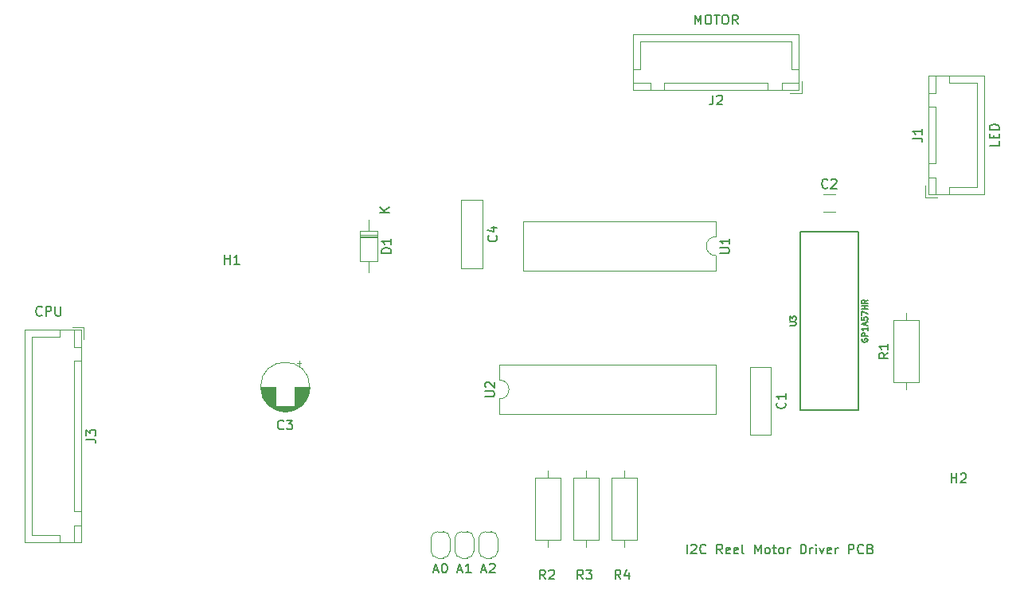
<source format=gbr>
%TF.GenerationSoftware,KiCad,Pcbnew,5.1.10-88a1d61d58~88~ubuntu20.04.1*%
%TF.CreationDate,2021-07-11T16:49:51+02:00*%
%TF.ProjectId,anna_elsa_reel_pcb,616e6e61-5f65-46c7-9361-5f7265656c5f,rev?*%
%TF.SameCoordinates,Original*%
%TF.FileFunction,Legend,Top*%
%TF.FilePolarity,Positive*%
%FSLAX46Y46*%
G04 Gerber Fmt 4.6, Leading zero omitted, Abs format (unit mm)*
G04 Created by KiCad (PCBNEW 5.1.10-88a1d61d58~88~ubuntu20.04.1) date 2021-07-11 16:49:51*
%MOMM*%
%LPD*%
G01*
G04 APERTURE LIST*
%ADD10C,0.150000*%
%ADD11C,0.120000*%
%ADD12C,0.203200*%
%ADD13C,0.127000*%
G04 APERTURE END LIST*
D10*
X163878857Y-98750380D02*
X163878857Y-97750380D01*
X164307428Y-97845619D02*
X164355047Y-97798000D01*
X164450285Y-97750380D01*
X164688380Y-97750380D01*
X164783619Y-97798000D01*
X164831238Y-97845619D01*
X164878857Y-97940857D01*
X164878857Y-98036095D01*
X164831238Y-98178952D01*
X164259809Y-98750380D01*
X164878857Y-98750380D01*
X165878857Y-98655142D02*
X165831238Y-98702761D01*
X165688380Y-98750380D01*
X165593142Y-98750380D01*
X165450285Y-98702761D01*
X165355047Y-98607523D01*
X165307428Y-98512285D01*
X165259809Y-98321809D01*
X165259809Y-98178952D01*
X165307428Y-97988476D01*
X165355047Y-97893238D01*
X165450285Y-97798000D01*
X165593142Y-97750380D01*
X165688380Y-97750380D01*
X165831238Y-97798000D01*
X165878857Y-97845619D01*
X167640761Y-98750380D02*
X167307428Y-98274190D01*
X167069333Y-98750380D02*
X167069333Y-97750380D01*
X167450285Y-97750380D01*
X167545523Y-97798000D01*
X167593142Y-97845619D01*
X167640761Y-97940857D01*
X167640761Y-98083714D01*
X167593142Y-98178952D01*
X167545523Y-98226571D01*
X167450285Y-98274190D01*
X167069333Y-98274190D01*
X168450285Y-98702761D02*
X168355047Y-98750380D01*
X168164571Y-98750380D01*
X168069333Y-98702761D01*
X168021714Y-98607523D01*
X168021714Y-98226571D01*
X168069333Y-98131333D01*
X168164571Y-98083714D01*
X168355047Y-98083714D01*
X168450285Y-98131333D01*
X168497904Y-98226571D01*
X168497904Y-98321809D01*
X168021714Y-98417047D01*
X169307428Y-98702761D02*
X169212190Y-98750380D01*
X169021714Y-98750380D01*
X168926476Y-98702761D01*
X168878857Y-98607523D01*
X168878857Y-98226571D01*
X168926476Y-98131333D01*
X169021714Y-98083714D01*
X169212190Y-98083714D01*
X169307428Y-98131333D01*
X169355047Y-98226571D01*
X169355047Y-98321809D01*
X168878857Y-98417047D01*
X169926476Y-98750380D02*
X169831238Y-98702761D01*
X169783619Y-98607523D01*
X169783619Y-97750380D01*
X171069333Y-98750380D02*
X171069333Y-97750380D01*
X171402666Y-98464666D01*
X171736000Y-97750380D01*
X171736000Y-98750380D01*
X172355047Y-98750380D02*
X172259809Y-98702761D01*
X172212190Y-98655142D01*
X172164571Y-98559904D01*
X172164571Y-98274190D01*
X172212190Y-98178952D01*
X172259809Y-98131333D01*
X172355047Y-98083714D01*
X172497904Y-98083714D01*
X172593142Y-98131333D01*
X172640761Y-98178952D01*
X172688380Y-98274190D01*
X172688380Y-98559904D01*
X172640761Y-98655142D01*
X172593142Y-98702761D01*
X172497904Y-98750380D01*
X172355047Y-98750380D01*
X172974095Y-98083714D02*
X173355047Y-98083714D01*
X173116952Y-97750380D02*
X173116952Y-98607523D01*
X173164571Y-98702761D01*
X173259809Y-98750380D01*
X173355047Y-98750380D01*
X173831238Y-98750380D02*
X173736000Y-98702761D01*
X173688380Y-98655142D01*
X173640761Y-98559904D01*
X173640761Y-98274190D01*
X173688380Y-98178952D01*
X173736000Y-98131333D01*
X173831238Y-98083714D01*
X173974095Y-98083714D01*
X174069333Y-98131333D01*
X174116952Y-98178952D01*
X174164571Y-98274190D01*
X174164571Y-98559904D01*
X174116952Y-98655142D01*
X174069333Y-98702761D01*
X173974095Y-98750380D01*
X173831238Y-98750380D01*
X174593142Y-98750380D02*
X174593142Y-98083714D01*
X174593142Y-98274190D02*
X174640761Y-98178952D01*
X174688380Y-98131333D01*
X174783619Y-98083714D01*
X174878857Y-98083714D01*
X175974095Y-98750380D02*
X175974095Y-97750380D01*
X176212190Y-97750380D01*
X176355047Y-97798000D01*
X176450285Y-97893238D01*
X176497904Y-97988476D01*
X176545523Y-98178952D01*
X176545523Y-98321809D01*
X176497904Y-98512285D01*
X176450285Y-98607523D01*
X176355047Y-98702761D01*
X176212190Y-98750380D01*
X175974095Y-98750380D01*
X176974095Y-98750380D02*
X176974095Y-98083714D01*
X176974095Y-98274190D02*
X177021714Y-98178952D01*
X177069333Y-98131333D01*
X177164571Y-98083714D01*
X177259809Y-98083714D01*
X177593142Y-98750380D02*
X177593142Y-98083714D01*
X177593142Y-97750380D02*
X177545523Y-97798000D01*
X177593142Y-97845619D01*
X177640761Y-97798000D01*
X177593142Y-97750380D01*
X177593142Y-97845619D01*
X177974095Y-98083714D02*
X178212190Y-98750380D01*
X178450285Y-98083714D01*
X179212190Y-98702761D02*
X179116952Y-98750380D01*
X178926476Y-98750380D01*
X178831238Y-98702761D01*
X178783619Y-98607523D01*
X178783619Y-98226571D01*
X178831238Y-98131333D01*
X178926476Y-98083714D01*
X179116952Y-98083714D01*
X179212190Y-98131333D01*
X179259809Y-98226571D01*
X179259809Y-98321809D01*
X178783619Y-98417047D01*
X179688380Y-98750380D02*
X179688380Y-98083714D01*
X179688380Y-98274190D02*
X179736000Y-98178952D01*
X179783619Y-98131333D01*
X179878857Y-98083714D01*
X179974095Y-98083714D01*
X181069333Y-98750380D02*
X181069333Y-97750380D01*
X181450285Y-97750380D01*
X181545523Y-97798000D01*
X181593142Y-97845619D01*
X181640761Y-97940857D01*
X181640761Y-98083714D01*
X181593142Y-98178952D01*
X181545523Y-98226571D01*
X181450285Y-98274190D01*
X181069333Y-98274190D01*
X182640761Y-98655142D02*
X182593142Y-98702761D01*
X182450285Y-98750380D01*
X182355047Y-98750380D01*
X182212190Y-98702761D01*
X182116952Y-98607523D01*
X182069333Y-98512285D01*
X182021714Y-98321809D01*
X182021714Y-98178952D01*
X182069333Y-97988476D01*
X182116952Y-97893238D01*
X182212190Y-97798000D01*
X182355047Y-97750380D01*
X182450285Y-97750380D01*
X182593142Y-97798000D01*
X182640761Y-97845619D01*
X183402666Y-98226571D02*
X183545523Y-98274190D01*
X183593142Y-98321809D01*
X183640761Y-98417047D01*
X183640761Y-98559904D01*
X183593142Y-98655142D01*
X183545523Y-98702761D01*
X183450285Y-98750380D01*
X183069333Y-98750380D01*
X183069333Y-97750380D01*
X183402666Y-97750380D01*
X183497904Y-97798000D01*
X183545523Y-97845619D01*
X183593142Y-97940857D01*
X183593142Y-98036095D01*
X183545523Y-98131333D01*
X183497904Y-98178952D01*
X183402666Y-98226571D01*
X183069333Y-98226571D01*
D11*
%TO.C,C4*%
X142120000Y-68370000D02*
X139880000Y-68370000D01*
X142120000Y-61130000D02*
X139880000Y-61130000D01*
X139880000Y-61130000D02*
X139880000Y-68370000D01*
X142120000Y-61130000D02*
X142120000Y-68370000D01*
%TO.C,C1*%
X172808000Y-86130000D02*
X170568000Y-86130000D01*
X172808000Y-78890000D02*
X170568000Y-78890000D01*
X170568000Y-78890000D02*
X170568000Y-86130000D01*
X172808000Y-78890000D02*
X172808000Y-86130000D01*
D12*
%TO.C,U3*%
X182098800Y-83499600D02*
X175901200Y-83499600D01*
X182098800Y-64500400D02*
X182098800Y-83499600D01*
X175901200Y-64500400D02*
X182098800Y-64500400D01*
X175901200Y-83499600D02*
X175901200Y-64500400D01*
D11*
%TO.C,D1*%
X130968000Y-64856000D02*
X129128000Y-64856000D01*
X130968000Y-65096000D02*
X129128000Y-65096000D01*
X130968000Y-64976000D02*
X129128000Y-64976000D01*
X130048000Y-68860000D02*
X130048000Y-67680000D01*
X130048000Y-63220000D02*
X130048000Y-64400000D01*
X130968000Y-67680000D02*
X130968000Y-64400000D01*
X129128000Y-67680000D02*
X130968000Y-67680000D01*
X129128000Y-64400000D02*
X129128000Y-67680000D01*
X130968000Y-64400000D02*
X129128000Y-64400000D01*
%TO.C,C3*%
X122883000Y-78455225D02*
X122383000Y-78455225D01*
X122633000Y-78205225D02*
X122633000Y-78705225D01*
X121442000Y-83611000D02*
X120874000Y-83611000D01*
X121676000Y-83571000D02*
X120640000Y-83571000D01*
X121835000Y-83531000D02*
X120481000Y-83531000D01*
X121963000Y-83491000D02*
X120353000Y-83491000D01*
X122073000Y-83451000D02*
X120243000Y-83451000D01*
X122169000Y-83411000D02*
X120147000Y-83411000D01*
X122256000Y-83371000D02*
X120060000Y-83371000D01*
X122336000Y-83331000D02*
X119980000Y-83331000D01*
X122409000Y-83291000D02*
X119907000Y-83291000D01*
X122477000Y-83251000D02*
X119839000Y-83251000D01*
X122541000Y-83211000D02*
X119775000Y-83211000D01*
X122601000Y-83171000D02*
X119715000Y-83171000D01*
X122658000Y-83131000D02*
X119658000Y-83131000D01*
X122712000Y-83091000D02*
X119604000Y-83091000D01*
X122763000Y-83051000D02*
X119553000Y-83051000D01*
X120118000Y-83011000D02*
X119505000Y-83011000D01*
X122811000Y-83011000D02*
X122198000Y-83011000D01*
X120118000Y-82971000D02*
X119459000Y-82971000D01*
X122857000Y-82971000D02*
X122198000Y-82971000D01*
X120118000Y-82931000D02*
X119415000Y-82931000D01*
X122901000Y-82931000D02*
X122198000Y-82931000D01*
X120118000Y-82891000D02*
X119373000Y-82891000D01*
X122943000Y-82891000D02*
X122198000Y-82891000D01*
X120118000Y-82851000D02*
X119332000Y-82851000D01*
X122984000Y-82851000D02*
X122198000Y-82851000D01*
X120118000Y-82811000D02*
X119294000Y-82811000D01*
X123022000Y-82811000D02*
X122198000Y-82811000D01*
X120118000Y-82771000D02*
X119257000Y-82771000D01*
X123059000Y-82771000D02*
X122198000Y-82771000D01*
X120118000Y-82731000D02*
X119221000Y-82731000D01*
X123095000Y-82731000D02*
X122198000Y-82731000D01*
X120118000Y-82691000D02*
X119187000Y-82691000D01*
X123129000Y-82691000D02*
X122198000Y-82691000D01*
X120118000Y-82651000D02*
X119154000Y-82651000D01*
X123162000Y-82651000D02*
X122198000Y-82651000D01*
X120118000Y-82611000D02*
X119123000Y-82611000D01*
X123193000Y-82611000D02*
X122198000Y-82611000D01*
X120118000Y-82571000D02*
X119093000Y-82571000D01*
X123223000Y-82571000D02*
X122198000Y-82571000D01*
X120118000Y-82531000D02*
X119063000Y-82531000D01*
X123253000Y-82531000D02*
X122198000Y-82531000D01*
X120118000Y-82491000D02*
X119036000Y-82491000D01*
X123280000Y-82491000D02*
X122198000Y-82491000D01*
X120118000Y-82451000D02*
X119009000Y-82451000D01*
X123307000Y-82451000D02*
X122198000Y-82451000D01*
X120118000Y-82411000D02*
X118983000Y-82411000D01*
X123333000Y-82411000D02*
X122198000Y-82411000D01*
X120118000Y-82371000D02*
X118958000Y-82371000D01*
X123358000Y-82371000D02*
X122198000Y-82371000D01*
X120118000Y-82331000D02*
X118934000Y-82331000D01*
X123382000Y-82331000D02*
X122198000Y-82331000D01*
X120118000Y-82291000D02*
X118911000Y-82291000D01*
X123405000Y-82291000D02*
X122198000Y-82291000D01*
X120118000Y-82251000D02*
X118890000Y-82251000D01*
X123426000Y-82251000D02*
X122198000Y-82251000D01*
X120118000Y-82211000D02*
X118868000Y-82211000D01*
X123448000Y-82211000D02*
X122198000Y-82211000D01*
X120118000Y-82171000D02*
X118848000Y-82171000D01*
X123468000Y-82171000D02*
X122198000Y-82171000D01*
X120118000Y-82131000D02*
X118829000Y-82131000D01*
X123487000Y-82131000D02*
X122198000Y-82131000D01*
X120118000Y-82091000D02*
X118810000Y-82091000D01*
X123506000Y-82091000D02*
X122198000Y-82091000D01*
X120118000Y-82051000D02*
X118793000Y-82051000D01*
X123523000Y-82051000D02*
X122198000Y-82051000D01*
X120118000Y-82011000D02*
X118776000Y-82011000D01*
X123540000Y-82011000D02*
X122198000Y-82011000D01*
X120118000Y-81971000D02*
X118760000Y-81971000D01*
X123556000Y-81971000D02*
X122198000Y-81971000D01*
X120118000Y-81931000D02*
X118744000Y-81931000D01*
X123572000Y-81931000D02*
X122198000Y-81931000D01*
X120118000Y-81891000D02*
X118730000Y-81891000D01*
X123586000Y-81891000D02*
X122198000Y-81891000D01*
X120118000Y-81851000D02*
X118716000Y-81851000D01*
X123600000Y-81851000D02*
X122198000Y-81851000D01*
X120118000Y-81811000D02*
X118703000Y-81811000D01*
X123613000Y-81811000D02*
X122198000Y-81811000D01*
X120118000Y-81771000D02*
X118690000Y-81771000D01*
X123626000Y-81771000D02*
X122198000Y-81771000D01*
X120118000Y-81731000D02*
X118678000Y-81731000D01*
X123638000Y-81731000D02*
X122198000Y-81731000D01*
X120118000Y-81690000D02*
X118667000Y-81690000D01*
X123649000Y-81690000D02*
X122198000Y-81690000D01*
X120118000Y-81650000D02*
X118657000Y-81650000D01*
X123659000Y-81650000D02*
X122198000Y-81650000D01*
X120118000Y-81610000D02*
X118647000Y-81610000D01*
X123669000Y-81610000D02*
X122198000Y-81610000D01*
X120118000Y-81570000D02*
X118638000Y-81570000D01*
X123678000Y-81570000D02*
X122198000Y-81570000D01*
X120118000Y-81530000D02*
X118630000Y-81530000D01*
X123686000Y-81530000D02*
X122198000Y-81530000D01*
X120118000Y-81490000D02*
X118622000Y-81490000D01*
X123694000Y-81490000D02*
X122198000Y-81490000D01*
X120118000Y-81450000D02*
X118615000Y-81450000D01*
X123701000Y-81450000D02*
X122198000Y-81450000D01*
X120118000Y-81410000D02*
X118608000Y-81410000D01*
X123708000Y-81410000D02*
X122198000Y-81410000D01*
X120118000Y-81370000D02*
X118602000Y-81370000D01*
X123714000Y-81370000D02*
X122198000Y-81370000D01*
X120118000Y-81330000D02*
X118597000Y-81330000D01*
X123719000Y-81330000D02*
X122198000Y-81330000D01*
X120118000Y-81290000D02*
X118593000Y-81290000D01*
X123723000Y-81290000D02*
X122198000Y-81290000D01*
X120118000Y-81250000D02*
X118589000Y-81250000D01*
X123727000Y-81250000D02*
X122198000Y-81250000D01*
X120118000Y-81210000D02*
X118585000Y-81210000D01*
X123731000Y-81210000D02*
X122198000Y-81210000D01*
X120118000Y-81170000D02*
X118582000Y-81170000D01*
X123734000Y-81170000D02*
X122198000Y-81170000D01*
X120118000Y-81130000D02*
X118580000Y-81130000D01*
X123736000Y-81130000D02*
X122198000Y-81130000D01*
X120118000Y-81090000D02*
X118579000Y-81090000D01*
X123737000Y-81090000D02*
X122198000Y-81090000D01*
X123738000Y-81050000D02*
X122198000Y-81050000D01*
X120118000Y-81050000D02*
X118578000Y-81050000D01*
X123738000Y-81010000D02*
X122198000Y-81010000D01*
X120118000Y-81010000D02*
X118578000Y-81010000D01*
X123778000Y-81010000D02*
G75*
G03*
X123778000Y-81010000I-2620000J0D01*
G01*
%TO.C,JP3*%
X136668000Y-98490000D02*
X136668000Y-97090000D01*
X137368000Y-96390000D02*
X137968000Y-96390000D01*
X138668000Y-97090000D02*
X138668000Y-98490000D01*
X137968000Y-99190000D02*
X137368000Y-99190000D01*
X137368000Y-99190000D02*
G75*
G02*
X136668000Y-98490000I0J700000D01*
G01*
X138668000Y-98490000D02*
G75*
G02*
X137968000Y-99190000I-700000J0D01*
G01*
X137968000Y-96390000D02*
G75*
G02*
X138668000Y-97090000I0J-700000D01*
G01*
X136668000Y-97090000D02*
G75*
G02*
X137368000Y-96390000I700000J0D01*
G01*
%TO.C,JP2*%
X139208000Y-98490000D02*
X139208000Y-97090000D01*
X139908000Y-96390000D02*
X140508000Y-96390000D01*
X141208000Y-97090000D02*
X141208000Y-98490000D01*
X140508000Y-99190000D02*
X139908000Y-99190000D01*
X139908000Y-99190000D02*
G75*
G02*
X139208000Y-98490000I0J700000D01*
G01*
X141208000Y-98490000D02*
G75*
G02*
X140508000Y-99190000I-700000J0D01*
G01*
X140508000Y-96390000D02*
G75*
G02*
X141208000Y-97090000I0J-700000D01*
G01*
X139208000Y-97090000D02*
G75*
G02*
X139908000Y-96390000I700000J0D01*
G01*
%TO.C,JP1*%
X141748000Y-98490000D02*
X141748000Y-97090000D01*
X142448000Y-96390000D02*
X143048000Y-96390000D01*
X143748000Y-97090000D02*
X143748000Y-98490000D01*
X143048000Y-99190000D02*
X142448000Y-99190000D01*
X142448000Y-99190000D02*
G75*
G02*
X141748000Y-98490000I0J700000D01*
G01*
X143748000Y-98490000D02*
G75*
G02*
X143048000Y-99190000I-700000J0D01*
G01*
X143048000Y-96390000D02*
G75*
G02*
X143748000Y-97090000I0J-700000D01*
G01*
X141748000Y-97090000D02*
G75*
G02*
X142448000Y-96390000I700000J0D01*
G01*
%TO.C,R4*%
X157198000Y-89940000D02*
X157198000Y-90710000D01*
X157198000Y-98020000D02*
X157198000Y-97250000D01*
X155828000Y-90710000D02*
X155828000Y-97250000D01*
X158568000Y-90710000D02*
X155828000Y-90710000D01*
X158568000Y-97250000D02*
X158568000Y-90710000D01*
X155828000Y-97250000D02*
X158568000Y-97250000D01*
%TO.C,R3*%
X153148000Y-89940000D02*
X153148000Y-90710000D01*
X153148000Y-98020000D02*
X153148000Y-97250000D01*
X151778000Y-90710000D02*
X151778000Y-97250000D01*
X154518000Y-90710000D02*
X151778000Y-90710000D01*
X154518000Y-97250000D02*
X154518000Y-90710000D01*
X151778000Y-97250000D02*
X154518000Y-97250000D01*
%TO.C,R2*%
X149098000Y-89940000D02*
X149098000Y-90710000D01*
X149098000Y-98020000D02*
X149098000Y-97250000D01*
X147728000Y-90710000D02*
X147728000Y-97250000D01*
X150468000Y-90710000D02*
X147728000Y-90710000D01*
X150468000Y-97250000D02*
X150468000Y-90710000D01*
X147728000Y-97250000D02*
X150468000Y-97250000D01*
%TO.C,U1*%
X166938000Y-68690000D02*
X166938000Y-67040000D01*
X146498000Y-68690000D02*
X166938000Y-68690000D01*
X146498000Y-63390000D02*
X146498000Y-68690000D01*
X166938000Y-63390000D02*
X146498000Y-63390000D01*
X166938000Y-65040000D02*
X166938000Y-63390000D01*
X166938000Y-67040000D02*
G75*
G02*
X166938000Y-65040000I0J1000000D01*
G01*
%TO.C,C2*%
X179629000Y-60524000D02*
X178371000Y-60524000D01*
X179629000Y-62364000D02*
X178371000Y-62364000D01*
%TO.C,R1*%
X187198000Y-73176000D02*
X187198000Y-73946000D01*
X187198000Y-81256000D02*
X187198000Y-80486000D01*
X185828000Y-73946000D02*
X185828000Y-80486000D01*
X188568000Y-73946000D02*
X185828000Y-73946000D01*
X188568000Y-80486000D02*
X188568000Y-73946000D01*
X185828000Y-80486000D02*
X188568000Y-80486000D01*
%TO.C,U2*%
X143958000Y-78630000D02*
X143958000Y-80280000D01*
X166938000Y-78630000D02*
X143958000Y-78630000D01*
X166938000Y-83930000D02*
X166938000Y-78630000D01*
X143958000Y-83930000D02*
X166938000Y-83930000D01*
X143958000Y-82280000D02*
X143958000Y-83930000D01*
X143958000Y-80280000D02*
G75*
G02*
X143958000Y-82280000I0J-1000000D01*
G01*
%TO.C,J3*%
X99750000Y-74650000D02*
X98500000Y-74650000D01*
X99750000Y-75900000D02*
X99750000Y-74650000D01*
X94250000Y-96800000D02*
X94250000Y-86250000D01*
X97200000Y-96800000D02*
X94250000Y-96800000D01*
X97200000Y-97550000D02*
X97200000Y-96800000D01*
X94250000Y-75700000D02*
X94250000Y-86250000D01*
X97200000Y-75700000D02*
X94250000Y-75700000D01*
X97200000Y-74950000D02*
X97200000Y-75700000D01*
X99450000Y-97550000D02*
X99450000Y-95750000D01*
X98700000Y-97550000D02*
X99450000Y-97550000D01*
X98700000Y-95750000D02*
X98700000Y-97550000D01*
X99450000Y-95750000D02*
X98700000Y-95750000D01*
X99450000Y-76750000D02*
X99450000Y-74950000D01*
X98700000Y-76750000D02*
X99450000Y-76750000D01*
X98700000Y-74950000D02*
X98700000Y-76750000D01*
X99450000Y-74950000D02*
X98700000Y-74950000D01*
X99450000Y-94250000D02*
X99450000Y-78250000D01*
X98700000Y-94250000D02*
X99450000Y-94250000D01*
X98700000Y-78250000D02*
X98700000Y-94250000D01*
X99450000Y-78250000D02*
X98700000Y-78250000D01*
X99460000Y-97560000D02*
X99460000Y-74940000D01*
X93490000Y-97560000D02*
X99460000Y-97560000D01*
X93490000Y-74940000D02*
X93490000Y-97560000D01*
X99460000Y-74940000D02*
X93490000Y-74940000D01*
%TO.C,J2*%
X176078000Y-49750000D02*
X176078000Y-48500000D01*
X174828000Y-49750000D02*
X176078000Y-49750000D01*
X158928000Y-44250000D02*
X166978000Y-44250000D01*
X158928000Y-47200000D02*
X158928000Y-44250000D01*
X158178000Y-47200000D02*
X158928000Y-47200000D01*
X175028000Y-44250000D02*
X166978000Y-44250000D01*
X175028000Y-47200000D02*
X175028000Y-44250000D01*
X175778000Y-47200000D02*
X175028000Y-47200000D01*
X158178000Y-49450000D02*
X159978000Y-49450000D01*
X158178000Y-48700000D02*
X158178000Y-49450000D01*
X159978000Y-48700000D02*
X158178000Y-48700000D01*
X159978000Y-49450000D02*
X159978000Y-48700000D01*
X173978000Y-49450000D02*
X175778000Y-49450000D01*
X173978000Y-48700000D02*
X173978000Y-49450000D01*
X175778000Y-48700000D02*
X173978000Y-48700000D01*
X175778000Y-49450000D02*
X175778000Y-48700000D01*
X161478000Y-49450000D02*
X172478000Y-49450000D01*
X161478000Y-48700000D02*
X161478000Y-49450000D01*
X172478000Y-48700000D02*
X161478000Y-48700000D01*
X172478000Y-49450000D02*
X172478000Y-48700000D01*
X158168000Y-49460000D02*
X175788000Y-49460000D01*
X158168000Y-43490000D02*
X158168000Y-49460000D01*
X175788000Y-43490000D02*
X158168000Y-43490000D01*
X175788000Y-49460000D02*
X175788000Y-43490000D01*
%TO.C,J1*%
X189250000Y-60850000D02*
X190500000Y-60850000D01*
X189250000Y-59600000D02*
X189250000Y-60850000D01*
X194750000Y-48700000D02*
X194750000Y-54250000D01*
X191800000Y-48700000D02*
X194750000Y-48700000D01*
X191800000Y-47950000D02*
X191800000Y-48700000D01*
X194750000Y-59800000D02*
X194750000Y-54250000D01*
X191800000Y-59800000D02*
X194750000Y-59800000D01*
X191800000Y-60550000D02*
X191800000Y-59800000D01*
X189550000Y-47950000D02*
X189550000Y-49750000D01*
X190300000Y-47950000D02*
X189550000Y-47950000D01*
X190300000Y-49750000D02*
X190300000Y-47950000D01*
X189550000Y-49750000D02*
X190300000Y-49750000D01*
X189550000Y-58750000D02*
X189550000Y-60550000D01*
X190300000Y-58750000D02*
X189550000Y-58750000D01*
X190300000Y-60550000D02*
X190300000Y-58750000D01*
X189550000Y-60550000D02*
X190300000Y-60550000D01*
X189550000Y-51250000D02*
X189550000Y-57250000D01*
X190300000Y-51250000D02*
X189550000Y-51250000D01*
X190300000Y-57250000D02*
X190300000Y-51250000D01*
X189550000Y-57250000D02*
X190300000Y-57250000D01*
X189540000Y-47940000D02*
X189540000Y-60560000D01*
X195510000Y-47940000D02*
X189540000Y-47940000D01*
X195510000Y-60560000D02*
X195510000Y-47940000D01*
X189540000Y-60560000D02*
X195510000Y-60560000D01*
%TO.C,C4*%
D10*
X143607142Y-64916666D02*
X143654761Y-64964285D01*
X143702380Y-65107142D01*
X143702380Y-65202380D01*
X143654761Y-65345238D01*
X143559523Y-65440476D01*
X143464285Y-65488095D01*
X143273809Y-65535714D01*
X143130952Y-65535714D01*
X142940476Y-65488095D01*
X142845238Y-65440476D01*
X142750000Y-65345238D01*
X142702380Y-65202380D01*
X142702380Y-65107142D01*
X142750000Y-64964285D01*
X142797619Y-64916666D01*
X143035714Y-64059523D02*
X143702380Y-64059523D01*
X142654761Y-64297619D02*
X143369047Y-64535714D01*
X143369047Y-63916666D01*
%TO.C,C1*%
X174295142Y-82676666D02*
X174342761Y-82724285D01*
X174390380Y-82867142D01*
X174390380Y-82962380D01*
X174342761Y-83105238D01*
X174247523Y-83200476D01*
X174152285Y-83248095D01*
X173961809Y-83295714D01*
X173818952Y-83295714D01*
X173628476Y-83248095D01*
X173533238Y-83200476D01*
X173438000Y-83105238D01*
X173390380Y-82962380D01*
X173390380Y-82867142D01*
X173438000Y-82724285D01*
X173485619Y-82676666D01*
X174390380Y-81724285D02*
X174390380Y-82295714D01*
X174390380Y-82010000D02*
X173390380Y-82010000D01*
X173533238Y-82105238D01*
X173628476Y-82200476D01*
X173676095Y-82295714D01*
%TO.C,U3*%
D13*
X174856171Y-74464457D02*
X175349657Y-74464457D01*
X175407714Y-74435428D01*
X175436742Y-74406400D01*
X175465771Y-74348342D01*
X175465771Y-74232228D01*
X175436742Y-74174171D01*
X175407714Y-74145142D01*
X175349657Y-74116114D01*
X174856171Y-74116114D01*
X174856171Y-73883885D02*
X174856171Y-73506514D01*
X175088400Y-73709714D01*
X175088400Y-73622628D01*
X175117428Y-73564571D01*
X175146457Y-73535542D01*
X175204514Y-73506514D01*
X175349657Y-73506514D01*
X175407714Y-73535542D01*
X175436742Y-73564571D01*
X175465771Y-73622628D01*
X175465771Y-73796800D01*
X175436742Y-73854857D01*
X175407714Y-73883885D01*
X182505200Y-75901371D02*
X182476171Y-75959428D01*
X182476171Y-76046514D01*
X182505200Y-76133600D01*
X182563257Y-76191657D01*
X182621314Y-76220685D01*
X182737428Y-76249714D01*
X182824514Y-76249714D01*
X182940628Y-76220685D01*
X182998685Y-76191657D01*
X183056742Y-76133600D01*
X183085771Y-76046514D01*
X183085771Y-75988457D01*
X183056742Y-75901371D01*
X183027714Y-75872342D01*
X182824514Y-75872342D01*
X182824514Y-75988457D01*
X183085771Y-75611085D02*
X182476171Y-75611085D01*
X182476171Y-75378857D01*
X182505200Y-75320800D01*
X182534228Y-75291771D01*
X182592285Y-75262742D01*
X182679371Y-75262742D01*
X182737428Y-75291771D01*
X182766457Y-75320800D01*
X182795485Y-75378857D01*
X182795485Y-75611085D01*
X183085771Y-74682171D02*
X183085771Y-75030514D01*
X183085771Y-74856342D02*
X182476171Y-74856342D01*
X182563257Y-74914400D01*
X182621314Y-74972457D01*
X182650342Y-75030514D01*
X182911600Y-74449942D02*
X182911600Y-74159657D01*
X183085771Y-74508000D02*
X182476171Y-74304800D01*
X183085771Y-74101600D01*
X182476171Y-73608114D02*
X182476171Y-73898400D01*
X182766457Y-73927428D01*
X182737428Y-73898400D01*
X182708400Y-73840342D01*
X182708400Y-73695200D01*
X182737428Y-73637142D01*
X182766457Y-73608114D01*
X182824514Y-73579085D01*
X182969657Y-73579085D01*
X183027714Y-73608114D01*
X183056742Y-73637142D01*
X183085771Y-73695200D01*
X183085771Y-73840342D01*
X183056742Y-73898400D01*
X183027714Y-73927428D01*
X182476171Y-73375885D02*
X182476171Y-72969485D01*
X183085771Y-73230742D01*
X183085771Y-72737257D02*
X182476171Y-72737257D01*
X182766457Y-72737257D02*
X182766457Y-72388914D01*
X183085771Y-72388914D02*
X182476171Y-72388914D01*
X183085771Y-71750285D02*
X182795485Y-71953485D01*
X183085771Y-72098628D02*
X182476171Y-72098628D01*
X182476171Y-71866400D01*
X182505200Y-71808342D01*
X182534228Y-71779314D01*
X182592285Y-71750285D01*
X182679371Y-71750285D01*
X182737428Y-71779314D01*
X182766457Y-71808342D01*
X182795485Y-71866400D01*
X182795485Y-72098628D01*
%TO.C,D1*%
D10*
X132420380Y-66778095D02*
X131420380Y-66778095D01*
X131420380Y-66540000D01*
X131468000Y-66397142D01*
X131563238Y-66301904D01*
X131658476Y-66254285D01*
X131848952Y-66206666D01*
X131991809Y-66206666D01*
X132182285Y-66254285D01*
X132277523Y-66301904D01*
X132372761Y-66397142D01*
X132420380Y-66540000D01*
X132420380Y-66778095D01*
X132420380Y-65254285D02*
X132420380Y-65825714D01*
X132420380Y-65540000D02*
X131420380Y-65540000D01*
X131563238Y-65635238D01*
X131658476Y-65730476D01*
X131706095Y-65825714D01*
X132250380Y-62491904D02*
X131250380Y-62491904D01*
X132250380Y-61920476D02*
X131678952Y-62349047D01*
X131250380Y-61920476D02*
X131821809Y-62491904D01*
%TO.C,C3*%
X120991333Y-85447142D02*
X120943714Y-85494761D01*
X120800857Y-85542380D01*
X120705619Y-85542380D01*
X120562761Y-85494761D01*
X120467523Y-85399523D01*
X120419904Y-85304285D01*
X120372285Y-85113809D01*
X120372285Y-84970952D01*
X120419904Y-84780476D01*
X120467523Y-84685238D01*
X120562761Y-84590000D01*
X120705619Y-84542380D01*
X120800857Y-84542380D01*
X120943714Y-84590000D01*
X120991333Y-84637619D01*
X121324666Y-84542380D02*
X121943714Y-84542380D01*
X121610380Y-84923333D01*
X121753238Y-84923333D01*
X121848476Y-84970952D01*
X121896095Y-85018571D01*
X121943714Y-85113809D01*
X121943714Y-85351904D01*
X121896095Y-85447142D01*
X121848476Y-85494761D01*
X121753238Y-85542380D01*
X121467523Y-85542380D01*
X121372285Y-85494761D01*
X121324666Y-85447142D01*
%TO.C,JP3*%
X136953714Y-100496666D02*
X137429904Y-100496666D01*
X136858476Y-100782380D02*
X137191809Y-99782380D01*
X137525142Y-100782380D01*
X138048952Y-99782380D02*
X138144190Y-99782380D01*
X138239428Y-99830000D01*
X138287047Y-99877619D01*
X138334666Y-99972857D01*
X138382285Y-100163333D01*
X138382285Y-100401428D01*
X138334666Y-100591904D01*
X138287047Y-100687142D01*
X138239428Y-100734761D01*
X138144190Y-100782380D01*
X138048952Y-100782380D01*
X137953714Y-100734761D01*
X137906095Y-100687142D01*
X137858476Y-100591904D01*
X137810857Y-100401428D01*
X137810857Y-100163333D01*
X137858476Y-99972857D01*
X137906095Y-99877619D01*
X137953714Y-99830000D01*
X138048952Y-99782380D01*
%TO.C,JP2*%
X139493714Y-100496666D02*
X139969904Y-100496666D01*
X139398476Y-100782380D02*
X139731809Y-99782380D01*
X140065142Y-100782380D01*
X140922285Y-100782380D02*
X140350857Y-100782380D01*
X140636571Y-100782380D02*
X140636571Y-99782380D01*
X140541333Y-99925238D01*
X140446095Y-100020476D01*
X140350857Y-100068095D01*
%TO.C,JP1*%
X142033714Y-100496666D02*
X142509904Y-100496666D01*
X141938476Y-100782380D02*
X142271809Y-99782380D01*
X142605142Y-100782380D01*
X142890857Y-99877619D02*
X142938476Y-99830000D01*
X143033714Y-99782380D01*
X143271809Y-99782380D01*
X143367047Y-99830000D01*
X143414666Y-99877619D01*
X143462285Y-99972857D01*
X143462285Y-100068095D01*
X143414666Y-100210952D01*
X142843238Y-100782380D01*
X143462285Y-100782380D01*
%TO.C,R4*%
X156833333Y-101452380D02*
X156500000Y-100976190D01*
X156261904Y-101452380D02*
X156261904Y-100452380D01*
X156642857Y-100452380D01*
X156738095Y-100500000D01*
X156785714Y-100547619D01*
X156833333Y-100642857D01*
X156833333Y-100785714D01*
X156785714Y-100880952D01*
X156738095Y-100928571D01*
X156642857Y-100976190D01*
X156261904Y-100976190D01*
X157690476Y-100785714D02*
X157690476Y-101452380D01*
X157452380Y-100404761D02*
X157214285Y-101119047D01*
X157833333Y-101119047D01*
%TO.C,R3*%
X152833333Y-101452380D02*
X152500000Y-100976190D01*
X152261904Y-101452380D02*
X152261904Y-100452380D01*
X152642857Y-100452380D01*
X152738095Y-100500000D01*
X152785714Y-100547619D01*
X152833333Y-100642857D01*
X152833333Y-100785714D01*
X152785714Y-100880952D01*
X152738095Y-100928571D01*
X152642857Y-100976190D01*
X152261904Y-100976190D01*
X153166666Y-100452380D02*
X153785714Y-100452380D01*
X153452380Y-100833333D01*
X153595238Y-100833333D01*
X153690476Y-100880952D01*
X153738095Y-100928571D01*
X153785714Y-101023809D01*
X153785714Y-101261904D01*
X153738095Y-101357142D01*
X153690476Y-101404761D01*
X153595238Y-101452380D01*
X153309523Y-101452380D01*
X153214285Y-101404761D01*
X153166666Y-101357142D01*
%TO.C,R2*%
X148833333Y-101452380D02*
X148500000Y-100976190D01*
X148261904Y-101452380D02*
X148261904Y-100452380D01*
X148642857Y-100452380D01*
X148738095Y-100500000D01*
X148785714Y-100547619D01*
X148833333Y-100642857D01*
X148833333Y-100785714D01*
X148785714Y-100880952D01*
X148738095Y-100928571D01*
X148642857Y-100976190D01*
X148261904Y-100976190D01*
X149214285Y-100547619D02*
X149261904Y-100500000D01*
X149357142Y-100452380D01*
X149595238Y-100452380D01*
X149690476Y-100500000D01*
X149738095Y-100547619D01*
X149785714Y-100642857D01*
X149785714Y-100738095D01*
X149738095Y-100880952D01*
X149166666Y-101452380D01*
X149785714Y-101452380D01*
%TO.C,U1*%
X167390380Y-66801904D02*
X168199904Y-66801904D01*
X168295142Y-66754285D01*
X168342761Y-66706666D01*
X168390380Y-66611428D01*
X168390380Y-66420952D01*
X168342761Y-66325714D01*
X168295142Y-66278095D01*
X168199904Y-66230476D01*
X167390380Y-66230476D01*
X168390380Y-65230476D02*
X168390380Y-65801904D01*
X168390380Y-65516190D02*
X167390380Y-65516190D01*
X167533238Y-65611428D01*
X167628476Y-65706666D01*
X167676095Y-65801904D01*
%TO.C,C2*%
X178833333Y-59801142D02*
X178785714Y-59848761D01*
X178642857Y-59896380D01*
X178547619Y-59896380D01*
X178404761Y-59848761D01*
X178309523Y-59753523D01*
X178261904Y-59658285D01*
X178214285Y-59467809D01*
X178214285Y-59324952D01*
X178261904Y-59134476D01*
X178309523Y-59039238D01*
X178404761Y-58944000D01*
X178547619Y-58896380D01*
X178642857Y-58896380D01*
X178785714Y-58944000D01*
X178833333Y-58991619D01*
X179214285Y-58991619D02*
X179261904Y-58944000D01*
X179357142Y-58896380D01*
X179595238Y-58896380D01*
X179690476Y-58944000D01*
X179738095Y-58991619D01*
X179785714Y-59086857D01*
X179785714Y-59182095D01*
X179738095Y-59324952D01*
X179166666Y-59896380D01*
X179785714Y-59896380D01*
%TO.C,R1*%
X185280380Y-77382666D02*
X184804190Y-77716000D01*
X185280380Y-77954095D02*
X184280380Y-77954095D01*
X184280380Y-77573142D01*
X184328000Y-77477904D01*
X184375619Y-77430285D01*
X184470857Y-77382666D01*
X184613714Y-77382666D01*
X184708952Y-77430285D01*
X184756571Y-77477904D01*
X184804190Y-77573142D01*
X184804190Y-77954095D01*
X185280380Y-76430285D02*
X185280380Y-77001714D01*
X185280380Y-76716000D02*
X184280380Y-76716000D01*
X184423238Y-76811238D01*
X184518476Y-76906476D01*
X184566095Y-77001714D01*
%TO.C,U2*%
X142410380Y-82041904D02*
X143219904Y-82041904D01*
X143315142Y-81994285D01*
X143362761Y-81946666D01*
X143410380Y-81851428D01*
X143410380Y-81660952D01*
X143362761Y-81565714D01*
X143315142Y-81518095D01*
X143219904Y-81470476D01*
X142410380Y-81470476D01*
X142505619Y-81041904D02*
X142458000Y-80994285D01*
X142410380Y-80899047D01*
X142410380Y-80660952D01*
X142458000Y-80565714D01*
X142505619Y-80518095D01*
X142600857Y-80470476D01*
X142696095Y-80470476D01*
X142838952Y-80518095D01*
X143410380Y-81089523D01*
X143410380Y-80470476D01*
%TO.C,J3*%
X100002380Y-86583333D02*
X100716666Y-86583333D01*
X100859523Y-86630952D01*
X100954761Y-86726190D01*
X101002380Y-86869047D01*
X101002380Y-86964285D01*
X100002380Y-86202380D02*
X100002380Y-85583333D01*
X100383333Y-85916666D01*
X100383333Y-85773809D01*
X100430952Y-85678571D01*
X100478571Y-85630952D01*
X100573809Y-85583333D01*
X100811904Y-85583333D01*
X100907142Y-85630952D01*
X100954761Y-85678571D01*
X101002380Y-85773809D01*
X101002380Y-86059523D01*
X100954761Y-86154761D01*
X100907142Y-86202380D01*
X95285714Y-73357142D02*
X95238095Y-73404761D01*
X95095238Y-73452380D01*
X95000000Y-73452380D01*
X94857142Y-73404761D01*
X94761904Y-73309523D01*
X94714285Y-73214285D01*
X94666666Y-73023809D01*
X94666666Y-72880952D01*
X94714285Y-72690476D01*
X94761904Y-72595238D01*
X94857142Y-72500000D01*
X95000000Y-72452380D01*
X95095238Y-72452380D01*
X95238095Y-72500000D01*
X95285714Y-72547619D01*
X95714285Y-73452380D02*
X95714285Y-72452380D01*
X96095238Y-72452380D01*
X96190476Y-72500000D01*
X96238095Y-72547619D01*
X96285714Y-72642857D01*
X96285714Y-72785714D01*
X96238095Y-72880952D01*
X96190476Y-72928571D01*
X96095238Y-72976190D01*
X95714285Y-72976190D01*
X96714285Y-72452380D02*
X96714285Y-73261904D01*
X96761904Y-73357142D01*
X96809523Y-73404761D01*
X96904761Y-73452380D01*
X97095238Y-73452380D01*
X97190476Y-73404761D01*
X97238095Y-73357142D01*
X97285714Y-73261904D01*
X97285714Y-72452380D01*
%TO.C,J2*%
X166644666Y-50002380D02*
X166644666Y-50716666D01*
X166597047Y-50859523D01*
X166501809Y-50954761D01*
X166358952Y-51002380D01*
X166263714Y-51002380D01*
X167073238Y-50097619D02*
X167120857Y-50050000D01*
X167216095Y-50002380D01*
X167454190Y-50002380D01*
X167549428Y-50050000D01*
X167597047Y-50097619D01*
X167644666Y-50192857D01*
X167644666Y-50288095D01*
X167597047Y-50430952D01*
X167025619Y-51002380D01*
X167644666Y-51002380D01*
X164716095Y-42452380D02*
X164716095Y-41452380D01*
X165049428Y-42166666D01*
X165382761Y-41452380D01*
X165382761Y-42452380D01*
X166049428Y-41452380D02*
X166239904Y-41452380D01*
X166335142Y-41500000D01*
X166430380Y-41595238D01*
X166478000Y-41785714D01*
X166478000Y-42119047D01*
X166430380Y-42309523D01*
X166335142Y-42404761D01*
X166239904Y-42452380D01*
X166049428Y-42452380D01*
X165954190Y-42404761D01*
X165858952Y-42309523D01*
X165811333Y-42119047D01*
X165811333Y-41785714D01*
X165858952Y-41595238D01*
X165954190Y-41500000D01*
X166049428Y-41452380D01*
X166763714Y-41452380D02*
X167335142Y-41452380D01*
X167049428Y-42452380D02*
X167049428Y-41452380D01*
X167858952Y-41452380D02*
X168049428Y-41452380D01*
X168144666Y-41500000D01*
X168239904Y-41595238D01*
X168287523Y-41785714D01*
X168287523Y-42119047D01*
X168239904Y-42309523D01*
X168144666Y-42404761D01*
X168049428Y-42452380D01*
X167858952Y-42452380D01*
X167763714Y-42404761D01*
X167668476Y-42309523D01*
X167620857Y-42119047D01*
X167620857Y-41785714D01*
X167668476Y-41595238D01*
X167763714Y-41500000D01*
X167858952Y-41452380D01*
X169287523Y-42452380D02*
X168954190Y-41976190D01*
X168716095Y-42452380D02*
X168716095Y-41452380D01*
X169097047Y-41452380D01*
X169192285Y-41500000D01*
X169239904Y-41547619D01*
X169287523Y-41642857D01*
X169287523Y-41785714D01*
X169239904Y-41880952D01*
X169192285Y-41928571D01*
X169097047Y-41976190D01*
X168716095Y-41976190D01*
%TO.C,J1*%
X187902380Y-54583333D02*
X188616666Y-54583333D01*
X188759523Y-54630952D01*
X188854761Y-54726190D01*
X188902380Y-54869047D01*
X188902380Y-54964285D01*
X188902380Y-53583333D02*
X188902380Y-54154761D01*
X188902380Y-53869047D02*
X187902380Y-53869047D01*
X188045238Y-53964285D01*
X188140476Y-54059523D01*
X188188095Y-54154761D01*
X197052380Y-54892857D02*
X197052380Y-55369047D01*
X196052380Y-55369047D01*
X196528571Y-54559523D02*
X196528571Y-54226190D01*
X197052380Y-54083333D02*
X197052380Y-54559523D01*
X196052380Y-54559523D01*
X196052380Y-54083333D01*
X197052380Y-53654761D02*
X196052380Y-53654761D01*
X196052380Y-53416666D01*
X196100000Y-53273809D01*
X196195238Y-53178571D01*
X196290476Y-53130952D01*
X196480952Y-53083333D01*
X196623809Y-53083333D01*
X196814285Y-53130952D01*
X196909523Y-53178571D01*
X197004761Y-53273809D01*
X197052380Y-53416666D01*
X197052380Y-53654761D01*
%TO.C,H2*%
X191988095Y-91202380D02*
X191988095Y-90202380D01*
X191988095Y-90678571D02*
X192559523Y-90678571D01*
X192559523Y-91202380D02*
X192559523Y-90202380D01*
X192988095Y-90297619D02*
X193035714Y-90250000D01*
X193130952Y-90202380D01*
X193369047Y-90202380D01*
X193464285Y-90250000D01*
X193511904Y-90297619D01*
X193559523Y-90392857D01*
X193559523Y-90488095D01*
X193511904Y-90630952D01*
X192940476Y-91202380D01*
X193559523Y-91202380D01*
%TO.C,H1*%
X114738095Y-67952380D02*
X114738095Y-66952380D01*
X114738095Y-67428571D02*
X115309523Y-67428571D01*
X115309523Y-67952380D02*
X115309523Y-66952380D01*
X116309523Y-67952380D02*
X115738095Y-67952380D01*
X116023809Y-67952380D02*
X116023809Y-66952380D01*
X115928571Y-67095238D01*
X115833333Y-67190476D01*
X115738095Y-67238095D01*
%TD*%
M02*

</source>
